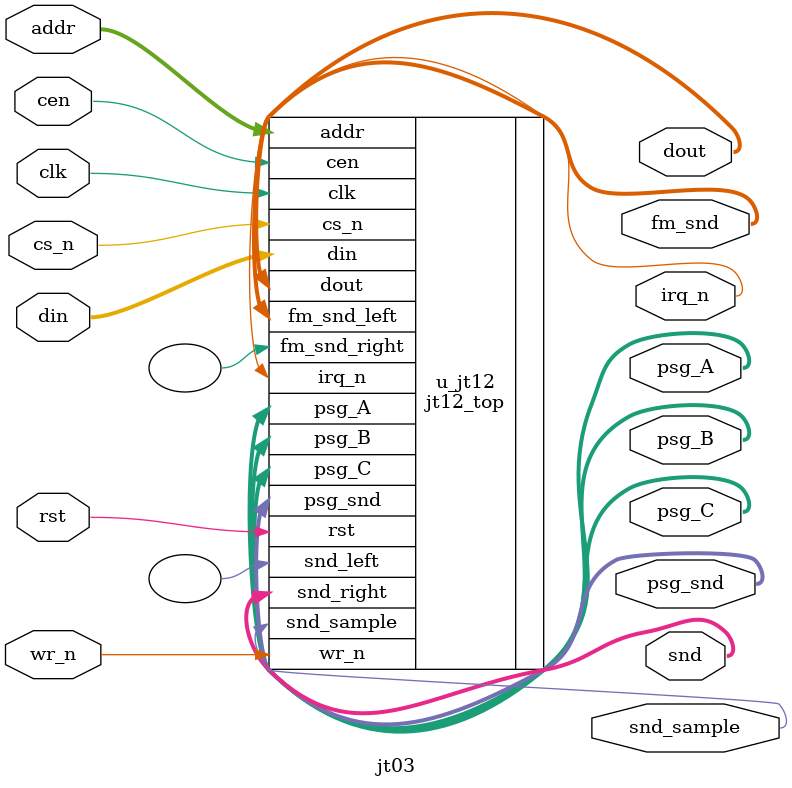
<source format=v>
/* This file is part of JT12.

 
    JT12 program is free software: you can redistribute it and/or modify
    it under the terms of the GNU General Public License as published by
    the Free Software Foundation, either version 3 of the License, or
    (at your option) any later version.

    JT12 program is distributed in the hope that it will be useful,
    but WITHOUT ANY WARRANTY; without even the implied warranty of
    MERCHANTABILITY or FITNESS FOR A PARTICULAR PURPOSE.  See the
    GNU General Public License for more details.

    You should have received a copy of the GNU General Public License
    along with JT12.  If not, see <http://www.gnu.org/licenses/>.

    Author: Jose Tejada Gomez. Twitter: @topapate
    Version: 1.0
    Date: 27-12-2018
*/

// Wrapper to output only combined channels. Defaults to YM2203 mode.
// Modified by furrtek 02/03/19


module jt03(
    input           rst,        // rst should be at least 6 clk&cen cycles long
    input           clk,        // CPU clock
    input           cen,        // optional clock enable, it not needed leave as 1'b1
    input   [7:0]   din,
    input   [1:0]   addr,       // YM2610 uses 2 address bits
    input           cs_n,
    input           wr_n,
    
    output  [7:0]   dout,
    output          irq_n,
    // Separated output
    output          [ 7:0] psg_A,
    output          [ 7:0] psg_B,
    output          [ 7:0] psg_C,
    output  signed  [15:0] fm_snd,
    // combined output
    output          [ 9:0] psg_snd,    
    output  signed  [15:0] snd,
    output          snd_sample
);

jt12_top #(.use_lfo(1), .use_ssg(1), .num_ch(6), .use_pcm(0), .use_lr(0)) 
u_jt12(
    .rst            ( rst          ),        // rst should be at least 6 clk&cen cycles long
    .clk            ( clk          ),        // CPU clock
    .cen            ( cen          ),        // optional clock enable, it not needed leave as 1'b1
    .din            ( din          ),
    .addr           ( addr         ),
    .cs_n           ( cs_n         ),
    .wr_n           ( wr_n         ),
    
    .dout           ( dout         ),
    .irq_n          ( irq_n        ),
    // Separated output
    .psg_A          ( psg_A        ),
    .psg_B          ( psg_B        ),
    .psg_C          ( psg_C        ),
    .psg_snd        ( psg_snd      ),    
    .fm_snd_left    ( fm_snd       ),
    .fm_snd_right   (),

    .snd_right      ( snd          ),
    .snd_left       (),
    .snd_sample     ( snd_sample   )
);

endmodule // jt03
</source>
